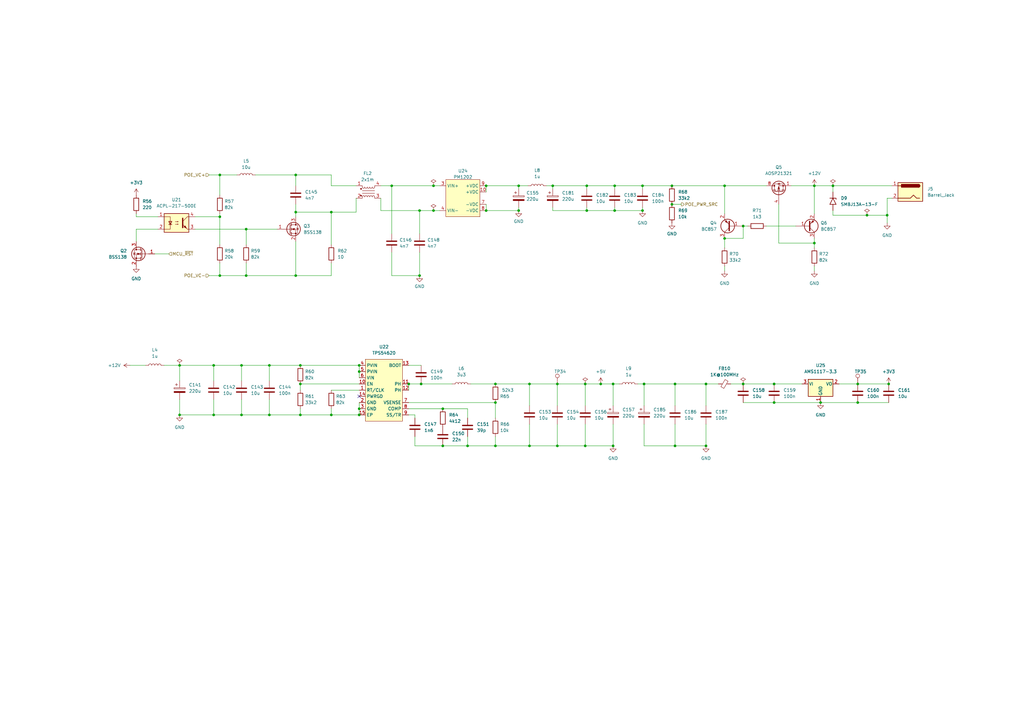
<source format=kicad_sch>
(kicad_sch (version 20211123) (generator eeschema)
  (paper "A3")
  (title_block (title "Kirdy") (date "2022-07-03") (rev "r0.1") (company "M-Labs") (comment 1 "Alex Wong Tat Hang"))
  (lib_symbols
    (symbol "Connector:Barrel_Jack" (pin_names (offset 1.016))
      (property "Reference" "J" (at 0 5.334 0))
      (property "Value" "Barrel_Jack" (at 0 -5.08 0))
      (symbol "Barrel_Jack_1_1"
        (pin passive line (at 7.62 2.54 180) (length 2.54) (name "~") (number "1"))
        (pin passive line (at 7.62 -2.54 180) (length 2.54) (name "~") (number "2"))
      )
    )
    (symbol "Connector:TestPoint" (pin_numbers hide) (pin_names (offset 0.762) hide)
      (property "Reference" "TP" (at 0 6.858 0))
      (property "Value" "TestPoint" (at 0 5.08 0))
      (symbol "TestPoint_1_1"
        (pin passive line (at 0 0 90) (length 2.54) (name "1") (number "1"))
      )
    )
    (symbol "Device:C" (pin_numbers hide) (pin_names (offset 0.254))
      (property "Reference" "C" (at 0.635 2.54 0))
      (property "Value" "C" (at 0.635 -2.54 0))
      (symbol "C_1_1"
        (pin passive line (at 0 3.81 270) (length 2.794) (name "~") (number "1"))
        (pin passive line (at 0 -3.81 90) (length 2.794) (name "~") (number "2"))
      )
    )
    (symbol "Device:C_Polarized" (pin_numbers hide) (pin_names (offset 0.254))
      (property "Reference" "C" (at 0.635 2.54 0))
      (property "Value" "C_Polarized" (at 0.635 -2.54 0))
      (symbol "C_Polarized_1_1"
        (pin passive line (at 0 3.81 270) (length 2.794) (name "~") (number "1"))
        (pin passive line (at 0 -3.81 90) (length 2.794) (name "~") (number "2"))
      )
    )
    (symbol "Device:FerriteBead_Small" (pin_numbers hide) (pin_names (offset 0))
      (property "Reference" "FB" (at 1.905 1.27 0))
      (property "Value" "FerriteBead_Small" (at 1.905 -1.27 0))
      (symbol "FerriteBead_Small_1_1"
        (pin passive line (at 0 2.54 270) (length 1.27) (name "~") (number "1"))
        (pin passive line (at 0 -2.54 90) (length 1.27) (name "~") (number "2"))
      )
    )
    (symbol "Device:Filter_EMI_LL_1423" (pin_names hide)
      (property "Reference" "FL" (at 0 4.445 0))
      (property "Value" "Filter_EMI_LL_1423" (at 0 -4.445 0))
      (symbol "Filter_EMI_LL_1423_1_1"
        (pin passive line (at -5.08 -2.54 0) (length 2.54) (name "1") (number "1"))
        (pin passive line (at -5.08 2.54 0) (length 2.54) (name "2") (number "2"))
        (pin passive line (at 5.08 2.54 180) (length 2.54) (name "3") (number "3"))
        (pin passive line (at 5.08 -2.54 180) (length 2.54) (name "4") (number "4"))
      )
    )
    (symbol "Device:L" (pin_numbers hide) (pin_names (offset 1.016) hide)
      (property "Reference" "L" (at -1.27 0 90))
      (property "Value" "L" (at 1.905 0 90))
      (symbol "L_1_1"
        (pin passive line (at 0 3.81 270) (length 1.27) (name "1") (number "1"))
        (pin passive line (at 0 -3.81 90) (length 1.27) (name "2") (number "2"))
      )
    )
    (symbol "Device:R" (pin_numbers hide) (pin_names (offset 0))
      (property "Reference" "R" (at 2.032 0 90))
      (property "Value" "R" (at 0 0 90))
      (symbol "R_1_1"
        (pin passive line (at 0 3.81 270) (length 1.27) (name "~") (number "1"))
        (pin passive line (at 0 -3.81 90) (length 1.27) (name "~") (number "2"))
      )
    )
    (symbol "Diode:SM6T15A" (pin_numbers hide) (pin_names (offset 1.016) hide)
      (property "Reference" "D" (at 0 2.54 0))
      (property "Value" "SM6T15A" (at 0 -2.54 0))
      (symbol "SM6T15A_1_1"
        (pin passive line (at -3.81 0 0) (length 2.54) (name "A1") (number "1"))
        (pin passive line (at 3.81 0 180) (length 2.54) (name "A2") (number "2"))
      )
    )
    (symbol "Isolator:SFH617A-2X009T"
      (property "Reference" "U" (at -3.81 5.08 0))
      (property "Value" "SFH617A-2X009T" (at 0 -5.08 0))
      (symbol "SFH617A-2X009T_1_1"
        (pin passive line (at -7.62 2.54 0) (length 2.54) (name "~") (number "1"))
        (pin passive line (at -7.62 -2.54 0) (length 2.54) (name "~") (number "2"))
        (pin passive line (at 7.62 -2.54 180) (length 2.54) (name "~") (number "3"))
        (pin passive line (at 7.62 2.54 180) (length 2.54) (name "~") (number "4"))
      )
    )
    (symbol "Regulator_Linear:AMS1117-3.3" (pin_names (offset 0.254))
      (property "Reference" "U" (at -3.81 3.175 0))
      (property "Value" "AMS1117-3.3" (at 0 3.175 0))
      (symbol "AMS1117-3.3_1_1"
        (pin power_in line (at 0 -7.62 90) (length 2.54) (name "GND") (number "1"))
        (pin power_out line (at 7.62 0 180) (length 2.54) (name "VO") (number "2"))
        (pin power_in line (at -7.62 0 0) (length 2.54) (name "VI") (number "3"))
      )
    )
    (symbol "Transistor_BJT:BC857" (pin_names (offset 0) hide)
      (property "Reference" "Q" (at 5.08 1.905 0))
      (property "Value" "BC857" (at 5.08 0 0))
      (symbol "BC857_1_1"
        (pin input line (at -5.08 0 0) (length 5.715) (name "B") (number "1"))
        (pin passive line (at 2.54 -5.08 90) (length 2.54) (name "E") (number "2"))
        (pin passive line (at 2.54 5.08 270) (length 2.54) (name "C") (number "3"))
      )
    )
    (symbol "Transistor_FET:BSS138" (pin_names hide)
      (property "Reference" "Q" (at 5.08 1.905 0))
      (property "Value" "BSS138" (at 5.08 0 0))
      (symbol "BSS138_1_1"
        (pin input line (at -5.08 0 0) (length 2.54) (name "G") (number "1"))
        (pin passive line (at 2.54 -5.08 90) (length 2.54) (name "S") (number "2"))
        (pin passive line (at 2.54 5.08 270) (length 2.54) (name "D") (number "3"))
      )
    )
    (symbol "Transistor_FET:FDS9435A" (pin_names hide)
      (property "Reference" "Q" (at 5.08 1.905 0))
      (property "Value" "FDS9435A" (at 5.08 0 0))
      (symbol "FDS9435A_1_1"
        (pin passive line (at 2.54 -5.08 90) (length 2.54) (name "S") (number "1"))
        (pin passive line (at 2.54 -5.08 90) (length 2.54) hide (name "S") (number "2"))
        (pin passive line (at 2.54 -5.08 90) (length 2.54) hide (name "S") (number "3"))
        (pin passive line (at -5.08 0 0) (length 2.54) (name "G") (number "4"))
        (pin passive line (at 2.54 5.08 270) (length 2.54) hide (name "D") (number "5"))
        (pin passive line (at 2.54 5.08 270) (length 2.54) hide (name "D") (number "6"))
        (pin passive line (at 2.54 5.08 270) (length 2.54) hide (name "D") (number "7"))
        (pin passive line (at 2.54 5.08 270) (length 2.54) (name "D") (number "8"))
      )
    )
    (symbol "kirdy:PM1202"
      (property "Reference" "U" (at 6.35 -6.35 0))
      (property "Value" "PM1202" (at -2.54 -6.35 0))
      (symbol "PM1202_0_0"
        (pin no_connect line (at -2.54 6.35 90) (length 2.54) hide (name "NC") (number "1"))
        (pin power_out line (at 10.16 5.08 180) (length 2.54) (name "+VDC") (number "10"))
        (pin no_connect line (at -0.635 5.715 90) (length 2.54) hide (name "NC") (number "2"))
        (pin power_in line (at -8.89 7.62 0) (length 2.54) (name "VIN+") (number "3"))
        (pin power_in line (at -8.89 -2.54 0) (length 2.54) (name "VIN-") (number "4"))
        (pin no_connect line (at 0.635 5.715 90) (length 2.54) hide (name "NC") (number "5"))
        (pin no_connect line (at 1.905 5.715 90) (length 2.54) hide (name "NC") (number "6"))
        (pin passive line (at 10.16 0 180) (length 2.54) (name "-VDC") (number "7"))
        (pin power_out line (at 10.16 -2.54 180) (length 2.54) (name "-VDC") (number "8"))
        (pin input line (at 10.16 7.62 180) (length 2.54) (name "+VDC") (number "9"))
      )
    )
    (symbol "kirdy:TPS54620"
      (property "Reference" "U" (at 0 -17.78 0))
      (property "Value" "TPS54620" (at 0 -15.24 0))
      (symbol "TPS54620_0_0"
        (pin input line (at -10.16 0 0) (length 2.54) (name "RT/CLK") (number "1"))
        (pin input line (at -10.16 2.54 0) (length 2.54) (name "EN") (number "10"))
        (pin power_out line (at 10.16 2.54 180) (length 2.54) (name "PH") (number "11"))
        (pin passive line (at 10.16 0 180) (length 2.54) (name "PH") (number "12"))
        (pin input line (at 10.16 10.16 180) (length 2.54) (name "BOOT") (number "13"))
        (pin output line (at -10.16 -2.54 0) (length 2.54) (name "PWRGD") (number "14"))
        (pin power_in line (at -10.16 -10.16 0) (length 2.54) (name "EP") (number "15"))
        (pin power_in line (at -10.16 -5.08 0) (length 2.54) (name "GND") (number "2"))
        (pin power_in line (at -10.16 -7.62 0) (length 2.54) (name "GND") (number "3"))
        (pin power_in line (at -10.16 10.16 0) (length 2.54) (name "PVIN") (number "4"))
        (pin power_in line (at -10.16 7.62 0) (length 2.54) (name "PVIN") (number "5"))
        (pin power_in line (at -10.16 5.08 0) (length 2.54) (name "VIN") (number "6"))
        (pin input line (at 10.16 -5.08 180) (length 2.54) (name "VSENSE") (number "7"))
        (pin output line (at 10.16 -7.62 180) (length 2.54) (name "COMP") (number "8"))
        (pin output line (at 10.16 -10.16 180) (length 2.54) (name "SS/TR") (number "9"))
      )
    )
    (symbol "power:+12V" (power) (pin_names (offset 0))
      (property "Value" "+12V" (at 0 3.556 0))
      (symbol "+12V_1_1"
        (pin power_in line (at 0 0 90) (length 0) hide (name "+12V") (number "1"))
      )
    )
    (symbol "power:+3V3" (power) (pin_names (offset 0))
      (property "Value" "+3V3" (at 0 3.556 0))
      (symbol "+3V3_1_1"
        (pin power_in line (at 0 0 90) (length 0) hide (name "+3V3") (number "1"))
      )
    )
    (symbol "power:+5V" (power) (pin_names (offset 0))
      (property "Value" "+5V" (at 0 3.556 0))
      (symbol "+5V_1_1"
        (pin power_in line (at 0 0 90) (length 0) hide (name "+5V") (number "1"))
      )
    )
    (symbol "power:GND" (power) (pin_names (offset 0))
      (property "Value" "GND" (at 0 -3.81 0))
      (symbol "GND_1_1"
        (pin power_in line (at 0 0 270) (length 0) hide (name "GND") (number "1"))
      )
    )
    (symbol "power:PWR_FLAG" (power) (pin_numbers hide) (pin_names (offset 0) hide)
      (property "Value" "PWR_FLAG" (at 0 3.81 0))
      (symbol "PWR_FLAG_0_0"
        (pin power_out line (at 0 0 90) (length 0) (name "pwr") (number "1"))
      )
    )
  )
  (junction (at 240.665 76.2))
  (junction (at 87.63 149.86))
  (junction (at 212.725 86.36))
  (junction (at 199.39 86.36))
  (junction (at 364.49 157.48))
  (junction (at 252.095 86.36))
  (junction (at 276.86 157.48))
  (junction (at 334.01 99.695))
  (junction (at 181.61 182.88))
  (junction (at 147.32 167.64))
  (junction (at 100.965 93.98))
  (junction (at 251.46 182.88))
  (junction (at 181.61 167.64))
  (junction (at 246.38 157.48))
  (junction (at 121.285 86.995))
  (junction (at 317.5 165.1))
  (junction (at 228.6 157.48))
  (junction (at 203.2 157.48))
  (junction (at 90.17 113.03))
  (junction (at 135.89 86.995))
  (junction (at 304.8 92.71))
  (junction (at 251.46 157.48))
  (junction (at 110.49 170.18))
  (junction (at 167.64 157.48))
  (junction (at 172.085 113.03))
  (junction (at 135.89 170.18))
  (junction (at 73.66 170.18))
  (junction (at 275.59 83.82))
  (junction (at 212.725 76.2))
  (junction (at 177.8 86.36))
  (junction (at 363.855 88.265))
  (junction (at 90.17 88.9))
  (junction (at 240.03 182.88))
  (junction (at 263.525 86.36))
  (junction (at 147.32 149.86))
  (junction (at 203.2 182.88))
  (junction (at 336.55 165.1))
  (junction (at 121.285 113.03))
  (junction (at 240.03 157.48))
  (junction (at 110.49 149.86))
  (junction (at 351.79 165.1))
  (junction (at 160.655 76.2))
  (junction (at 252.095 76.2))
  (junction (at 121.285 71.755))
  (junction (at 123.19 170.18))
  (junction (at 317.5 157.48))
  (junction (at 289.56 157.48))
  (junction (at 351.79 157.48))
  (junction (at 203.2 165.1))
  (junction (at 263.525 76.2))
  (junction (at 240.665 86.36))
  (junction (at 217.17 182.88))
  (junction (at 297.18 76.2))
  (junction (at 226.695 76.2))
  (junction (at 177.8 76.2))
  (junction (at 304.8 157.48))
  (junction (at 217.17 157.48))
  (junction (at 87.63 170.18))
  (junction (at 123.19 149.86))
  (junction (at 73.66 149.86))
  (junction (at 199.39 76.2))
  (junction (at 341.63 76.2))
  (junction (at 90.17 71.755))
  (junction (at 99.06 170.18))
  (junction (at 289.56 182.88))
  (junction (at 100.965 113.03))
  (junction (at 297.18 97.79))
  (junction (at 147.32 152.4))
  (junction (at 228.6 182.88))
  (junction (at 355.6 88.265))
  (junction (at 275.59 76.2))
  (junction (at 191.77 182.88))
  (junction (at 99.06 149.86))
  (junction (at 172.085 86.36))
  (junction (at 334.01 76.2))
  (junction (at 123.19 157.48))
  (junction (at 276.86 182.88))
  (junction (at 147.32 170.18))
  (junction (at 172.72 157.48))
  (junction (at 264.16 157.48))
  (no_connect (at 147.32 162.56))
  (wire (pts (xy 224.155 76.2) (xy 226.695 76.2)))
  (wire (pts (xy 104.775 71.755) (xy 121.285 71.755)))
  (wire (pts (xy 121.285 86.995) (xy 121.285 88.9)))
  (wire (pts (xy 135.89 167.64) (xy 135.89 170.18)))
  (wire (pts (xy 146.05 76.2) (xy 135.89 76.2)))
  (wire (pts (xy 263.525 77.47) (xy 263.525 76.2)))
  (wire (pts (xy 240.665 76.2) (xy 252.095 76.2)))
  (wire (pts (xy 87.63 149.86) (xy 99.06 149.86)))
  (wire (pts (xy 147.32 165.1) (xy 147.32 167.64)))
  (wire (pts (xy 80.01 93.98) (xy 100.965 93.98)))
  (wire (pts (xy 199.39 86.36) (xy 212.725 86.36)))
  (wire (pts (xy 110.49 149.86) (xy 123.19 149.86)))
  (wire (pts (xy 63.5 104.14) (xy 69.215 104.14)))
  (wire (pts (xy 160.655 113.03) (xy 172.085 113.03)))
  (wire (pts (xy 135.89 86.995) (xy 135.89 100.33)))
  (wire (pts (xy 99.06 163.83) (xy 99.06 170.18)))
  (wire (pts (xy 264.16 157.48) (xy 276.86 157.48)))
  (wire (pts (xy 146.05 81.28) (xy 146.05 86.995)))
  (wire (pts (xy 199.39 83.82) (xy 199.39 86.36)))
  (wire (pts (xy 172.085 103.505) (xy 172.085 113.03)))
  (wire (pts (xy 135.89 160.02) (xy 147.32 160.02)))
  (wire (pts (xy 228.6 182.88) (xy 240.03 182.88)))
  (wire (pts (xy 341.63 76.2) (xy 365.76 76.2)))
  (wire (pts (xy 99.06 170.18) (xy 110.49 170.18)))
  (wire (pts (xy 110.49 170.18) (xy 123.19 170.18)))
  (wire (pts (xy 156.21 86.36) (xy 172.085 86.36)))
  (wire (pts (xy 304.8 165.1) (xy 317.5 165.1)))
  (wire (pts (xy 170.18 179.07) (xy 170.18 182.88)))
  (wire (pts (xy 203.2 182.88) (xy 203.2 179.07)))
  (wire (pts (xy 181.61 167.64) (xy 191.77 167.64)))
  (wire (pts (xy 217.17 157.48) (xy 217.17 166.37)))
  (wire (pts (xy 53.34 149.86) (xy 59.69 149.86)))
  (wire (pts (xy 324.485 76.2) (xy 334.01 76.2)))
  (wire (pts (xy 177.8 76.2) (xy 180.34 76.2)))
  (wire (pts (xy 252.095 77.47) (xy 252.095 76.2)))
  (wire (pts (xy 147.32 149.86) (xy 147.32 152.4)))
  (wire (pts (xy 85.725 113.03) (xy 90.17 113.03)))
  (wire (pts (xy 80.01 88.9) (xy 90.17 88.9)))
  (wire (pts (xy 167.64 149.86) (xy 172.72 149.86)))
  (wire (pts (xy 123.19 157.48) (xy 123.19 160.02)))
  (wire (pts (xy 100.965 113.03) (xy 100.965 107.95)))
  (wire (pts (xy 123.19 167.64) (xy 123.19 170.18)))
  (wire (pts (xy 73.66 163.83) (xy 73.66 170.18)))
  (wire (pts (xy 240.03 157.48) (xy 240.03 166.37)))
  (wire (pts (xy 251.46 182.88) (xy 251.46 173.99)))
  (wire (pts (xy 121.285 86.995) (xy 135.89 86.995)))
  (wire (pts (xy 317.5 157.48) (xy 328.93 157.48)))
  (wire (pts (xy 276.86 157.48) (xy 289.56 157.48)))
  (wire (pts (xy 99.06 149.86) (xy 110.49 149.86)))
  (wire (pts (xy 177.8 86.36) (xy 180.34 86.36)))
  (wire (pts (xy 135.89 71.755) (xy 121.285 71.755)))
  (wire (pts (xy 167.64 165.1) (xy 203.2 165.1)))
  (wire (pts (xy 90.17 80.01) (xy 90.17 71.755)))
  (wire (pts (xy 289.56 173.99) (xy 289.56 182.88)))
  (wire (pts (xy 251.46 157.48) (xy 251.46 166.37)))
  (wire (pts (xy 334.01 76.2) (xy 334.01 87.63)))
  (wire (pts (xy 123.19 157.48) (xy 147.32 157.48)))
  (wire (pts (xy 135.89 113.03) (xy 121.285 113.03)))
  (wire (pts (xy 363.855 81.28) (xy 365.76 81.28)))
  (wire (pts (xy 341.63 86.36) (xy 341.63 88.265)))
  (wire (pts (xy 87.63 170.18) (xy 99.06 170.18)))
  (wire (pts (xy 135.89 170.18) (xy 147.32 170.18)))
  (wire (pts (xy 90.17 113.03) (xy 100.965 113.03)))
  (wire (pts (xy 351.79 157.48) (xy 364.49 157.48)))
  (wire (pts (xy 135.89 107.95) (xy 135.89 113.03)))
  (wire (pts (xy 212.725 76.2) (xy 212.725 77.47)))
  (wire (pts (xy 123.19 149.86) (xy 147.32 149.86)))
  (wire (pts (xy 276.86 166.37) (xy 276.86 157.48)))
  (wire (pts (xy 263.525 76.2) (xy 275.59 76.2)))
  (wire (pts (xy 156.21 81.28) (xy 156.21 86.36)))
  (wire (pts (xy 276.86 182.88) (xy 289.56 182.88)))
  (wire (pts (xy 55.88 93.98) (xy 64.77 93.98)))
  (wire (pts (xy 73.66 156.21) (xy 73.66 149.86)))
  (wire (pts (xy 121.285 113.03) (xy 100.965 113.03)))
  (wire (pts (xy 217.17 157.48) (xy 228.6 157.48)))
  (wire (pts (xy 90.17 87.63) (xy 90.17 88.9)))
  (wire (pts (xy 90.17 71.755) (xy 97.155 71.755)))
  (wire (pts (xy 172.085 86.36) (xy 172.085 95.885)))
  (wire (pts (xy 226.695 76.2) (xy 240.665 76.2)))
  (wire (pts (xy 55.88 99.06) (xy 55.88 93.98)))
  (wire (pts (xy 263.525 85.09) (xy 263.525 86.36)))
  (wire (pts (xy 203.2 157.48) (xy 217.17 157.48)))
  (wire (pts (xy 344.17 157.48) (xy 351.79 157.48)))
  (wire (pts (xy 123.19 170.18) (xy 135.89 170.18)))
  (wire (pts (xy 170.18 182.88) (xy 181.61 182.88)))
  (wire (pts (xy 334.01 76.2) (xy 341.63 76.2)))
  (wire (pts (xy 341.63 76.2) (xy 341.63 78.74)))
  (wire (pts (xy 191.77 182.88) (xy 203.2 182.88)))
  (wire (pts (xy 172.72 157.48) (xy 185.42 157.48)))
  (wire (pts (xy 261.62 157.48) (xy 264.16 157.48)))
  (wire (pts (xy 121.285 71.755) (xy 121.285 76.2)))
  (wire (pts (xy 90.17 88.9) (xy 90.17 100.33)))
  (wire (pts (xy 110.49 163.83) (xy 110.49 170.18)))
  (wire (pts (xy 304.8 92.71) (xy 306.705 92.71)))
  (wire (pts (xy 216.535 76.2) (xy 212.725 76.2)))
  (wire (pts (xy 100.965 93.98) (xy 113.665 93.98)))
  (wire (pts (xy 55.88 87.63) (xy 55.88 88.9)))
  (wire (pts (xy 203.2 182.88) (xy 217.17 182.88)))
  (wire (pts (xy 254 157.48) (xy 251.46 157.48)))
  (wire (pts (xy 341.63 88.265) (xy 355.6 88.265)))
  (wire (pts (xy 297.18 97.79) (xy 297.18 101.6)))
  (wire (pts (xy 297.18 76.2) (xy 297.18 87.63)))
  (wire (pts (xy 100.965 93.98) (xy 100.965 100.33)))
  (wire (pts (xy 228.6 157.48) (xy 240.03 157.48)))
  (wire (pts (xy 264.16 182.88) (xy 264.16 173.99)))
  (wire (pts (xy 90.17 107.95) (xy 90.17 113.03)))
  (wire (pts (xy 252.095 85.09) (xy 252.095 86.36)))
  (wire (pts (xy 73.66 149.86) (xy 87.63 149.86)))
  (wire (pts (xy 319.405 83.82) (xy 319.405 99.695)))
  (wire (pts (xy 212.725 86.36) (xy 212.725 85.09)))
  (wire (pts (xy 160.655 103.505) (xy 160.655 113.03)))
  (wire (pts (xy 147.32 167.64) (xy 147.32 170.18)))
  (wire (pts (xy 299.72 157.48) (xy 304.8 157.48)))
  (wire (pts (xy 363.855 88.265) (xy 363.855 81.28)))
  (wire (pts (xy 252.095 76.2) (xy 263.525 76.2)))
  (wire (pts (xy 334.01 109.22) (xy 334.01 111.125)))
  (wire (pts (xy 297.18 109.22) (xy 297.18 111.125)))
  (wire (pts (xy 87.63 149.86) (xy 87.63 156.21)))
  (wire (pts (xy 199.39 76.2) (xy 199.39 78.74)))
  (wire (pts (xy 317.5 165.1) (xy 336.55 165.1)))
  (wire (pts (xy 203.2 171.45) (xy 203.2 165.1)))
  (wire (pts (xy 167.64 157.48) (xy 172.72 157.48)))
  (wire (pts (xy 147.32 152.4) (xy 147.32 154.94)))
  (wire (pts (xy 121.285 99.06) (xy 121.285 113.03)))
  (wire (pts (xy 170.18 170.18) (xy 170.18 171.45)))
  (wire (pts (xy 193.04 157.48) (xy 203.2 157.48)))
  (wire (pts (xy 297.18 97.79) (xy 304.8 97.79)))
  (wire (pts (xy 146.05 86.995) (xy 135.89 86.995)))
  (wire (pts (xy 252.095 86.36) (xy 263.525 86.36)))
  (wire (pts (xy 355.6 88.265) (xy 363.855 88.265)))
  (wire (pts (xy 275.59 83.82) (xy 279.4 83.82)))
  (wire (pts (xy 172.085 86.36) (xy 177.8 86.36)))
  (wire (pts (xy 226.695 77.47) (xy 226.695 76.2)))
  (wire (pts (xy 228.6 157.48) (xy 228.6 166.37)))
  (wire (pts (xy 264.16 182.88) (xy 276.86 182.88)))
  (wire (pts (xy 87.63 163.83) (xy 87.63 170.18)))
  (wire (pts (xy 191.77 182.88) (xy 191.77 179.07)))
  (wire (pts (xy 304.8 97.79) (xy 304.8 92.71)))
  (wire (pts (xy 240.03 173.99) (xy 240.03 182.88)))
  (wire (pts (xy 121.285 83.82) (xy 121.285 86.995)))
  (wire (pts (xy 217.17 173.99) (xy 217.17 182.88)))
  (wire (pts (xy 167.64 170.18) (xy 170.18 170.18)))
  (wire (pts (xy 240.665 77.47) (xy 240.665 76.2)))
  (wire (pts (xy 199.39 76.2) (xy 212.725 76.2)))
  (wire (pts (xy 246.38 157.48) (xy 251.46 157.48)))
  (wire (pts (xy 181.61 182.88) (xy 191.77 182.88)))
  (wire (pts (xy 226.695 86.36) (xy 240.665 86.36)))
  (wire (pts (xy 240.665 86.36) (xy 252.095 86.36)))
  (wire (pts (xy 73.66 170.18) (xy 87.63 170.18)))
  (wire (pts (xy 135.89 76.2) (xy 135.89 71.755)))
  (wire (pts (xy 240.665 85.09) (xy 240.665 86.36)))
  (wire (pts (xy 276.86 173.99) (xy 276.86 182.88)))
  (wire (pts (xy 67.31 149.86) (xy 73.66 149.86)))
  (wire (pts (xy 297.18 76.2) (xy 314.325 76.2)))
  (wire (pts (xy 228.6 173.99) (xy 228.6 182.88)))
  (wire (pts (xy 110.49 149.86) (xy 110.49 156.21)))
  (wire (pts (xy 264.16 166.37) (xy 264.16 157.48)))
  (wire (pts (xy 191.77 167.64) (xy 191.77 171.45)))
  (wire (pts (xy 240.03 182.88) (xy 251.46 182.88)))
  (wire (pts (xy 160.655 76.2) (xy 177.8 76.2)))
  (wire (pts (xy 334.01 99.695) (xy 334.01 101.6)))
  (wire (pts (xy 319.405 99.695) (xy 334.01 99.695)))
  (wire (pts (xy 226.695 86.36) (xy 226.695 85.09)))
  (wire (pts (xy 351.79 165.1) (xy 364.49 165.1)))
  (wire (pts (xy 167.64 167.64) (xy 181.61 167.64)))
  (wire (pts (xy 304.8 157.48) (xy 317.5 157.48)))
  (wire (pts (xy 314.325 92.71) (xy 326.39 92.71)))
  (wire (pts (xy 99.06 156.21) (xy 99.06 149.86)))
  (wire (pts (xy 289.56 157.48) (xy 294.64 157.48)))
  (wire (pts (xy 167.64 157.48) (xy 167.64 160.02)))
  (wire (pts (xy 85.725 71.755) (xy 90.17 71.755)))
  (wire (pts (xy 156.21 76.2) (xy 160.655 76.2)))
  (wire (pts (xy 55.88 88.9) (xy 64.77 88.9)))
  (wire (pts (xy 160.655 76.2) (xy 160.655 95.885)))
  (wire (pts (xy 334.01 97.79) (xy 334.01 99.695)))
  (wire (pts (xy 240.03 157.48) (xy 246.38 157.48)))
  (wire (pts (xy 217.17 182.88) (xy 228.6 182.88)))
  (wire (pts (xy 363.855 91.44) (xy 363.855 88.265)))
  (wire (pts (xy 275.59 76.2) (xy 297.18 76.2)))
  (wire (pts (xy 289.56 166.37) (xy 289.56 157.48)))
  (wire (pts (xy 336.55 165.1) (xy 351.79 165.1)))
  (hierarchical_label "POE_PWR_SRC" (shape output) (at 279.4 83.82 0))
  (hierarchical_label "POE_VC+" (shape input) (at 85.725 71.755 180))
  (hierarchical_label "POE_VC-" (shape input) (at 85.725 113.03 180))
  (hierarchical_label "MCU_~{RST}" (shape input) (at 69.215 104.14 0))
  (symbol (lib_id "Device:L") (at 189.23 157.48 90) (unit 1)
    (property "Reference" "L6" (at 189.23 151.13 90))
    (property "Value" "3u3" (at 189.23 153.67 90))
    (property "Footprint" "Inductor_SMD:L_Wuerth_MAPI-4020" (effects hide))
    (property "MFR_PN" "74438356033" (effects hide))
  )
  (symbol (lib_id "Device:C") (at 276.86 170.18 0) (unit 1)
    (property "Reference" "C186" (at 280.67 168.9099 0) (effects (justify left)))
    (property "Value" "10u" (at 280.67 171.4499 0) (effects (justify left)))
    (property "Footprint" "Capacitor_SMD:C_0805_2012Metric" (effects hide))
    (property "MFR_PN" "CL21B106KOQNNNG" (effects hide))
    (property "MFR_PN_ALT" "CL21B106KOQNNNE" (effects hide))
  )
  (symbol (lib_id "Device:C") (at 263.525 81.28 0) (unit 1)
    (property "Reference" "C184" (at 267.335 80.0099 0) (effects (justify left)))
    (property "Value" "100n" (at 267.335 82.5499 0) (effects (justify left)))
    (property "Footprint" "Capacitor_SMD:C_0603_1608Metric" (effects hide))
    (property "MFR_PN" "CL10B104KB8NNWC" (effects hide))
    (property "MFR_PN_ALT" "CL10B104KB8NNNL" (effects hide))
  )
  (symbol (lib_id "Transistor_FET:BSS138") (at 118.745 93.98 0) (unit 1)
    (property "Reference" "Q3" (at 124.46 92.7099 0) (effects (justify left)))
    (property "Value" "BSS138" (at 124.46 95.2499 0) (effects (justify left)))
    (property "Footprint" "Package_TO_SOT_SMD:SOT-23" (effects hide))
    (property "Datasheet" "https://www.onsemi.com/pub/Collateral/BSS138-D.PDF" (effects hide))
    (property "MFR_PN" "BSS138W-TP" (effects hide))
    (property "MFR_PN_ALT" "BSS138W-7-F" (effects hide))
  )
  (symbol (lib_id "Device:R") (at 90.17 104.14 0) (unit 1)
    (property "Reference" "R58" (at 92.075 102.8699 0) (effects (justify left)))
    (property "Value" "20k" (at 92.075 105.4099 0) (effects (justify left)))
    (property "Footprint" "Resistor_SMD:R_0603_1608Metric" (effects hide))
    (property "MFR_PN" "RMCF0603FT20K0" (effects hide))
    (property "MFR_PN_ALT" "RC0603FR-0720KL" (effects hide))
  )
  (symbol (lib_id "Device:L") (at 100.965 71.755 90) (unit 1)
    (property "Reference" "L5" (at 100.965 66.04 90))
    (property "Value" "10u" (at 100.965 68.58 90))
    (property "Footprint" "Inductor_SMD:L_Wuerth_WE-PD-Typ-LS" (effects hide))
    (property "MFR_PN" "74477110" (effects hide))
  )
  (symbol (lib_id "Device:C") (at 170.18 175.26 0) (unit 1)
    (property "Reference" "C147" (at 173.99 173.9899 0) (effects (justify left)))
    (property "Value" "1n6" (at 173.99 176.5299 0) (effects (justify left)))
    (property "Footprint" "Capacitor_SMD:C_0603_1608Metric" (effects hide))
    (property "MFR_PN" "GCM1885C1H162FA16D" (effects hide))
    (property "MFR_PN_ALT" "C0603C162J5GAC7867" (effects hide))
  )
  (symbol (lib_id "Device:C") (at 252.095 81.28 0) (unit 1)
    (property "Reference" "C183" (at 255.905 80.0099 0) (effects (justify left)))
    (property "Value" "10u" (at 255.905 82.5499 0) (effects (justify left)))
    (property "Footprint" "Capacitor_SMD:C_0805_2012Metric" (effects hide))
    (property "MFR_PN" "CL21B106KOQNNNG" (effects hide))
    (property "MFR_PN_ALT" "CL21B106KOQNNNE" (effects hide))
  )
  (symbol (lib_id "Device:C_Polarized") (at 264.16 170.18 0) (unit 1)
    (property "Reference" "C185" (at 267.97 168.0209 0) (effects (justify left)))
    (property "Value" "220u" (at 267.97 170.5609 0) (effects (justify left)))
    (property "Footprint" "Capacitor_Tantalum_SMD:CP_EIA-7343-15_Kemet-W" (effects hide))
    (property "MFR_PN" "T491D227K016AT" (effects hide))
    (property "MFR_PN_ALT" "293D227X9016E2TE3" (effects hide))
  )
  (symbol (lib_id "Isolator:SFH617A-2X009T") (at 72.39 91.44 0) (unit 1)
    (property "Reference" "U21" (at 72.39 81.915 0))
    (property "Value" "ACPL-217-500E" (at 72.39 84.455 0))
    (property "Footprint" "Package_DIP:SMDIP-4_W7.62mm" (effects hide))
    (property "Datasheet" "http://www.vishay.com/docs/83740/sfh617a.pdf" (effects hide))
    (property "MFR_PN" "EL3H7(C)(TA)-VG" (effects hide))
  )
  (symbol (lib_id "Device:C") (at 121.285 80.01 0) (unit 1)
    (property "Reference" "C145" (at 125.095 78.7399 0) (effects (justify left)))
    (property "Value" "4n7" (at 125.095 81.2799 0) (effects (justify left)))
    (property "Footprint" "Capacitor_SMD:C_1206_3216Metric" (effects hide))
    (property "MFR_PN" "12067C472KAT2A" (effects hide))
    (property "MFR_PN_ALT" "1206B472K501NT" (effects hide))
  )
  (symbol (lib_id "Device:C") (at 240.03 170.18 0) (unit 1)
    (property "Reference" "C156" (at 243.84 168.9099 0) (effects (justify left)))
    (property "Value" "10u" (at 243.84 171.4499 0) (effects (justify left)))
    (property "Footprint" "Capacitor_SMD:C_0805_2012Metric" (effects hide))
    (property "MFR_PN" "CL21B106KOQNNNG" (effects hide))
    (property "MFR_PN_ALT" "CL21B106KOQNNNE" (effects hide))
  )
  (symbol (lib_id "Device:R") (at 100.965 104.14 0) (unit 1)
    (property "Reference" "R59" (at 102.87 102.8699 0) (effects (justify left)))
    (property "Value" "82k" (at 102.87 105.4099 0) (effects (justify left)))
    (property "Footprint" "Resistor_SMD:R_0603_1608Metric" (effects hide))
    (property "MFR_PN" "CRGCQ0603F82K" (effects hide))
    (property "MFR_PN_ALT" "RMCF0603FT82K0" (effects hide))
  )
  (symbol (lib_id "power:GND") (at 172.085 113.03 0) (unit 1)
    (property "Reference" "#PWR0129" (effects hide))
    (property "Value" "GND" (at 172.085 117.475 0))
  )
  (symbol (lib_id "Device:C") (at 160.655 99.695 0) (unit 1)
    (property "Reference" "C146" (at 163.83 98.4249 0) (effects (justify left)))
    (property "Value" "4n7" (at 163.83 100.9649 0) (effects (justify left)))
    (property "Footprint" "Capacitor_SMD:C_1206_3216Metric" (effects hide))
    (property "MFR_PN" "12067C472KAT2A" (effects hide))
    (property "MFR_PN_ALT" "1206B472K501NT" (effects hide))
  )
  (symbol (lib_id "power:GND") (at 363.855 91.44 0) (unit 1)
    (property "Reference" "#PWR0140" (effects hide))
    (property "Value" "GND" (at 363.855 96.52 0))
  )
  (symbol (lib_id "Device:C_Polarized") (at 226.695 81.28 0) (unit 1)
    (property "Reference" "C181" (at 230.505 79.1209 0) (effects (justify left)))
    (property "Value" "220u" (at 230.505 81.6609 0) (effects (justify left)))
    (property "Footprint" "Capacitor_Tantalum_SMD:CP_EIA-7343-15_Kemet-W" (effects hide))
    (property "MFR_PN" "T491D227K016AT" (effects hide))
    (property "MFR_PN_ALT" "293D227X9016E2TE3" (effects hide))
  )
  (symbol (lib_id "power:GND") (at 334.01 111.125 0) (unit 1)
    (property "Reference" "#PWR0137" (effects hide))
    (property "Value" "GND" (at 334.01 116.205 0))
  )
  (symbol (lib_id "Device:R") (at 181.61 171.45 0) (unit 1)
    (property "Reference" "R64" (at 184.15 170.1799 0) (effects (justify left)))
    (property "Value" "4k12" (at 184.15 172.7199 0) (effects (justify left)))
    (property "Footprint" "Resistor_SMD:R_0603_1608Metric" (effects hide))
    (property "MFR_PN" "RMCF0603FT4K12" (effects hide))
    (property "MFR_PN_ALT" "RC0603FR-074K12L" (effects hide))
  )
  (symbol (lib_id "Device:C") (at 304.8 161.29 0) (unit 1)
    (property "Reference" "C158" (at 308.61 160.0199 0) (effects (justify left)))
    (property "Value" "10u" (at 308.61 162.5599 0) (effects (justify left)))
    (property "Footprint" "Capacitor_SMD:C_0805_2012Metric" (effects hide))
    (property "MFR_PN" "CL21B106KOQNNNG" (effects hide))
    (property "MFR_PN_ALT" "CL21B106KOQNNNE" (effects hide))
  )
  (symbol (lib_id "Device:C") (at 351.79 161.29 0) (unit 1)
    (property "Reference" "C160" (at 355.6 160.0199 0) (effects (justify left)))
    (property "Value" "100n" (at 355.6 162.5599 0) (effects (justify left)))
    (property "Footprint" "Capacitor_SMD:C_0603_1608Metric" (effects hide))
    (property "MFR_PN" "CL10B104KB8NNWC" (effects hide))
    (property "MFR_PN_ALT" "CL10B104KB8NNNL" (effects hide))
  )
  (symbol (lib_id "power:+12V") (at 334.01 76.2 0) (unit 1)
    (property "Reference" "#PWR0136" (effects hide))
    (property "Value" "+12V" (at 334.01 71.12 0))
  )
  (symbol (lib_id "power:PWR_FLAG") (at 304.8 157.48 0) (unit 1)
    (property "Reference" "#FLG0111" (effects hide))
    (property "Value" "PWR_FLAG" (effects hide))
  )
  (symbol (lib_id "power:GND") (at 297.18 111.125 0) (unit 1)
    (property "Reference" "#PWR0135" (effects hide))
    (property "Value" "GND" (at 297.18 116.205 0))
  )
  (symbol (lib_id "Device:C") (at 87.63 160.02 0) (unit 1)
    (property "Reference" "C142" (at 91.44 158.7499 0) (effects (justify left)))
    (property "Value" "10u" (at 91.44 161.2899 0) (effects (justify left)))
    (property "Footprint" "Capacitor_SMD:C_0805_2012Metric" (effects hide))
    (property "MFR_PN" "CL21B106KOQNNNG" (effects hide))
    (property "MFR_PN_ALT" "CL21B106KOQNNNE" (effects hide))
  )
  (symbol (lib_id "Device:R") (at 123.19 153.67 0) (unit 1)
    (property "Reference" "R60" (at 125.095 152.3999 0) (effects (justify left)))
    (property "Value" "82k" (at 125.095 154.9399 0) (effects (justify left)))
    (property "Footprint" "Resistor_SMD:R_0603_1608Metric" (effects hide))
    (property "MFR_PN" "CRGCQ0603F82K" (effects hide))
    (property "MFR_PN_ALT" "RMCF0603FT82K0" (effects hide))
  )
  (symbol (lib_id "Device:C_Polarized") (at 251.46 170.18 0) (unit 1)
    (property "Reference" "C157" (at 255.27 168.0209 0) (effects (justify left)))
    (property "Value" "220u" (at 255.27 170.5609 0) (effects (justify left)))
    (property "Footprint" "Capacitor_Tantalum_SMD:CP_EIA-7343-15_Kemet-W" (effects hide))
    (property "MFR_PN" "T491D227K016AT" (effects hide))
    (property "MFR_PN_ALT" "293D227X9016E2TE3" (effects hide))
  )
  (symbol (lib_id "kirdy:PM1202") (at 189.23 83.82 0) (unit 1)
    (property "Reference" "U24" (at 189.865 70.0872 0))
    (property "Value" "PM1202" (at 189.865 72.6241 0))
    (property "Footprint" "kirdy:PM1202" (effects hide))
  )
  (symbol (lib_id "Device:C") (at 172.72 153.67 0) (unit 1)
    (property "Reference" "C149" (at 176.53 152.3999 0) (effects (justify left)))
    (property "Value" "100n" (at 176.53 154.9399 0) (effects (justify left)))
    (property "Footprint" "Capacitor_SMD:C_0603_1608Metric" (effects hide))
    (property "MFR_PN" "CL10B104KB8NNWC" (effects hide))
    (property "MFR_PN_ALT" "CL10B104KB8NNNL" (effects hide))
  )
  (symbol (lib_id "Diode:SM6T15A") (at 341.63 82.55 270) (unit 1)
    (property "Reference" "D9" (at 344.805 81.2799 90) (effects (justify left)))
    (property "Value" "SMBJ13A-13-F" (at 344.805 83.8199 90) (effects (justify left)))
    (property "Footprint" "Diode_SMD:D_SMB" (effects hide))
    (property "Datasheet" "https://www.st.com/resource/en/datasheet/sm6t.pdf" (effects hide))
    (property "MFR_PN" "SMBJ13A-13-F" (effects hide))
    (property "MFR_PN_ALT" "P6SMB16A" (effects hide))
  )
  (symbol (lib_id "Device:C") (at 228.6 170.18 0) (unit 1)
    (property "Reference" "C154" (at 232.41 168.9099 0) (effects (justify left)))
    (property "Value" "10u" (at 232.41 171.4499 0) (effects (justify left)))
    (property "Footprint" "Capacitor_SMD:C_0805_2012Metric" (effects hide))
    (property "MFR_PN" "CL21B106KOQNNNG" (effects hide))
    (property "MFR_PN_ALT" "CL21B106KOQNNNE" (effects hide))
  )
  (symbol (lib_id "Device:R") (at 203.2 161.29 180) (unit 1)
    (property "Reference" "R65" (at 207.01 162.56 0))
    (property "Value" "52k3" (at 208.28 160.02 0))
    (property "Footprint" "Resistor_SMD:R_0603_1608Metric" (effects hide))
    (property "MFR_PN" "CR0603-FX-5232ELF" (effects hide))
    (property "MFR_PN_ALT" "ERJ-3EKF5232V" (effects hide))
  )
  (symbol (lib_id "Device:C") (at 191.77 175.26 0) (unit 1)
    (property "Reference" "C151" (at 195.58 173.9899 0) (effects (justify left)))
    (property "Value" "39p" (at 195.58 176.5299 0) (effects (justify left)))
    (property "Footprint" "Capacitor_SMD:C_0603_1608Metric" (effects hide))
    (property "MFR_PN" "0603N390J500CT" (effects hide))
    (property "MFR_PN_ALT" "CML0603C0G390JT50V" (effects hide))
  )
  (symbol (lib_id "power:+3V3") (at 55.88 80.01 0) (unit 1)
    (property "Reference" "#PWR0126" (effects hide))
    (property "Value" "+3V3" (at 55.88 74.93 0))
  )
  (symbol (lib_id "Device:R") (at 275.59 80.01 0) (unit 1)
    (property "Reference" "R68" (at 278.13 78.7399 0) (effects (justify left)))
    (property "Value" "33k2" (at 278.13 81.2799 0) (effects (justify left)))
    (property "Footprint" "Resistor_SMD:R_0603_1608Metric" (effects hide))
    (property "MFR_PN" "CR0603-FX-3322ELF" (effects hide))
    (property "MFR_PN_ALT" "RC0603FR-0733K2L" (effects hide))
  )
  (symbol (lib_id "power:GND") (at 73.66 170.18 0) (unit 1)
    (property "Reference" "#PWR0128" (effects hide))
    (property "Value" "GND" (at 73.66 175.26 0))
  )
  (symbol (lib_id "power:PWR_FLAG") (at 177.8 76.2 0) (unit 1)
    (property "Reference" "#FLG0115" (effects hide))
    (property "Value" "PWR_FLAG" (effects hide))
  )
  (symbol (lib_id "power:GND") (at 55.88 109.22 0) (unit 1)
    (property "Reference" "#PWR0127" (effects hide))
    (property "Value" "GND" (at 55.88 114.3 0))
  )
  (symbol (lib_id "Device:R") (at 310.515 92.71 90) (unit 1)
    (property "Reference" "R71" (at 310.515 86.36 90))
    (property "Value" "1k3" (at 310.515 88.9 90))
    (property "Footprint" "Resistor_SMD:R_0603_1608Metric" (effects hide))
    (property "MFR_PN" "RC0603FR-071K3L" (effects hide))
    (property "MFR_PN_ALT" "CRCW06031K30FKEAC" (effects hide))
  )
  (symbol (lib_id "Device:C_Polarized") (at 212.725 81.28 0) (unit 1)
    (property "Reference" "C155" (at 215.9 79.1209 0) (effects (justify left)))
    (property "Value" "220u" (at 215.9 81.6609 0) (effects (justify left)))
    (property "Footprint" "Capacitor_Tantalum_SMD:CP_EIA-7343-15_Kemet-W" (effects hide))
    (property "MFR_PN" "T491D227K016AT" (effects hide))
    (property "MFR_PN_ALT" "293D227X9016E2TE3" (effects hide))
  )
  (symbol (lib_id "Device:C") (at 240.665 81.28 0) (unit 1)
    (property "Reference" "C182" (at 244.475 80.0099 0) (effects (justify left)))
    (property "Value" "10u" (at 244.475 82.5499 0) (effects (justify left)))
    (property "Footprint" "Capacitor_SMD:C_0805_2012Metric" (effects hide))
    (property "MFR_PN" "CL21B106KOQNNNG" (effects hide))
    (property "MFR_PN_ALT" "CL21B106KOQNNNE" (effects hide))
  )
  (symbol (lib_id "Device:L") (at 257.81 157.48 90) (unit 1)
    (property "Reference" "L9" (at 257.81 151.13 90))
    (property "Value" "1u" (at 257.81 153.67 90))
    (property "Footprint" "Inductor_SMD:L_1008_2520Metric" (effects hide))
    (property "MFR_PN" "DFE252012F-1R0M=P2" (effects hide))
    (property "MFR_PN_ALT" "DFE252012P-1R0M=P2" (effects hide))
  )
  (symbol (lib_id "Device:C") (at 289.56 170.18 0) (unit 1)
    (property "Reference" "C187" (at 293.37 168.9099 0) (effects (justify left)))
    (property "Value" "100n" (at 293.37 171.4499 0) (effects (justify left)))
    (property "Footprint" "Capacitor_SMD:C_0603_1608Metric" (effects hide))
    (property "MFR_PN" "CL10B104KB8NNWC" (effects hide))
    (property "MFR_PN_ALT" "CL10B104KB8NNNL" (effects hide))
  )
  (symbol (lib_id "Connector:TestPoint") (at 228.6 157.48 0) (unit 1)
    (property "Reference" "TP34" (at 227.33 152.4 0) (effects (justify left)))
    (property "Value" "TestPoint" (effects hide))
    (property "Footprint" "TestPoint:TestPoint_Pad_2.0x2.0mm" (effects hide))
  )
  (symbol (lib_id "power:+5V") (at 246.38 157.48 0) (unit 1)
    (property "Reference" "#PWR0133" (effects hide))
    (property "Value" "+5V" (at 246.38 152.4 0))
  )
  (symbol (lib_id "Device:R") (at 297.18 105.41 0) (unit 1)
    (property "Reference" "R70" (at 299.085 104.1399 0) (effects (justify left)))
    (property "Value" "33k2" (at 299.085 106.6799 0) (effects (justify left)))
    (property "Footprint" "Resistor_SMD:R_0603_1608Metric" (effects hide))
    (property "MFR_PN" "CR0603-FX-3322ELF" (effects hide))
    (property "MFR_PN_ALT" "RC0603FR-0733K2L" (effects hide))
  )
  (symbol (lib_id "Device:R") (at 55.88 83.82 0) (unit 1)
    (property "Reference" "R56" (at 58.42 82.5499 0) (effects (justify left)))
    (property "Value" "220" (at 58.42 85.0899 0) (effects (justify left)))
    (property "Footprint" "Resistor_SMD:R_0603_1608Metric" (effects hide))
    (property "MFR_PN" "WR06X2200FTL" (effects hide))
    (property "MFR_PN_ALT" "CRGCQ0603F220R" (effects hide))
  )
  (symbol (lib_id "Transistor_FET:BSS138") (at 58.42 104.14 0) (mirror y) (unit 1)
    (property "Reference" "Q2" (at 52.07 102.8699 0) (effects (justify left)))
    (property "Value" "BSS138" (at 52.07 105.4099 0) (effects (justify left)))
    (property "Footprint" "Package_TO_SOT_SMD:SOT-23" (effects hide))
    (property "Datasheet" "https://www.onsemi.com/pub/Collateral/BSS138-D.PDF" (effects hide))
    (property "MFR_PN" "BSS138W-TP" (effects hide))
    (property "MFR_PN_ALT" "BSS138W-7-F" (effects hide))
  )
  (symbol (lib_id "power:PWR_FLAG") (at 73.66 149.86 0) (unit 1)
    (property "Reference" "#FLG0112" (effects hide))
    (property "Value" "PWR_FLAG" (effects hide))
  )
  (symbol (lib_id "power:PWR_FLAG") (at 177.8 86.36 0) (unit 1)
    (property "Reference" "#FLG0116" (effects hide))
    (property "Value" "PWR_FLAG" (effects hide))
  )
  (symbol (lib_id "Device:R") (at 203.2 175.26 0) (unit 1)
    (property "Reference" "R66" (at 205.105 173.9899 0) (effects (justify left)))
    (property "Value" "10k" (at 205.105 176.5299 0) (effects (justify left)))
    (property "Footprint" "Resistor_SMD:R_0603_1608Metric" (effects hide))
    (property "MFR_PN" "RNCP0603FTD10K0" (effects hide))
    (property "MFR_PN_ALT" "RMCF0603FT10K0" (effects hide))
  )
  (symbol (lib_id "Device:C") (at 181.61 179.07 0) (unit 1)
    (property "Reference" "C150" (at 185.42 177.7999 0) (effects (justify left)))
    (property "Value" "22n" (at 185.42 180.3399 0) (effects (justify left)))
    (property "Footprint" "Capacitor_SMD:C_0603_1608Metric" (effects hide))
    (property "MFR_PN" "06035C223JAT2A" (effects hide))
    (property "MFR_PN_ALT" "0603B223J250CT" (effects hide))
  )
  (symbol (lib_id "Device:R") (at 90.17 83.82 0) (unit 1)
    (property "Reference" "R57" (at 92.075 82.5499 0) (effects (justify left)))
    (property "Value" "82k" (at 92.075 85.0899 0) (effects (justify left)))
    (property "Footprint" "Resistor_SMD:R_0603_1608Metric" (effects hide))
    (property "MFR_PN" "CRGCQ0603F82K" (effects hide))
    (property "MFR_PN_ALT" "RMCF0603FT82K0" (effects hide))
  )
  (symbol (lib_id "Connector:TestPoint") (at 351.79 157.48 0) (unit 1)
    (property "Reference" "TP35" (at 350.52 152.4 0) (effects (justify left)))
    (property "Value" "TestPoint" (effects hide))
    (property "Footprint" "TestPoint:TestPoint_Pad_2.0x2.0mm" (effects hide))
  )
  (symbol (lib_id "Device:R") (at 135.89 104.14 0) (unit 1)
    (property "Reference" "R62" (at 138.43 102.8699 0) (effects (justify left)))
    (property "Value" "10" (at 138.43 105.4099 0) (effects (justify left)))
    (property "Footprint" "Resistor_SMD:R_0603_1608Metric" (effects hide))
    (property "MFR_PN" "RT0603BRD0710RL" (effects hide))
    (property "MFR_PN_ALT" "WR06X10R0FTL" (effects hide))
  )
  (symbol (lib_id "power:GND") (at 212.725 86.36 0) (unit 1)
    (property "Reference" "#PWR0166" (effects hide))
    (property "Value" "GND" (at 212.725 90.8034 0))
  )
  (symbol (lib_id "power:GND") (at 263.525 86.36 0) (unit 1)
    (property "Reference" "#PWR0167" (effects hide))
    (property "Value" "GND" (at 263.525 91.44 0))
  )
  (symbol (lib_id "Device:C") (at 110.49 160.02 0) (unit 1)
    (property "Reference" "C144" (at 114.3 158.7499 0) (effects (justify left)))
    (property "Value" "100n" (at 114.3 161.2899 0) (effects (justify left)))
    (property "Footprint" "Capacitor_SMD:C_0603_1608Metric" (effects hide))
    (property "MFR_PN" "CL10B104KB8NNWC" (effects hide))
    (property "MFR_PN_ALT" "CL10B104KB8NNNL" (effects hide))
  )
  (symbol (lib_id "power:GND") (at 275.59 91.44 0) (unit 1)
    (property "Reference" "#PWR0132" (effects hide))
    (property "Value" "GND" (at 275.59 95.885 0))
  )
  (symbol (lib_id "Device:L") (at 63.5 149.86 90) (unit 1)
    (property "Reference" "L4" (at 63.5 143.51 90))
    (property "Value" "1u" (at 63.5 146.05 90))
    (property "Footprint" "Inductor_SMD:L_1008_2520Metric" (effects hide))
    (property "MFR_PN" "DFE252012F-1R0M=P2" (effects hide))
    (property "MFR_PN_ALT" "DFE252012P-1R0M=P2" (effects hide))
  )
  (symbol (lib_id "Device:R") (at 135.89 163.83 0) (unit 1)
    (property "Reference" "R63" (at 137.795 162.5599 0) (effects (justify left)))
    (property "Value" "82k" (at 137.795 165.0999 0) (effects (justify left)))
    (property "Footprint" "Resistor_SMD:R_0603_1608Metric" (effects hide))
    (property "MFR_PN" "CRGCQ0603F82K" (effects hide))
    (property "MFR_PN_ALT" "RMCF0603FT82K0" (effects hide))
  )
  (symbol (lib_id "Device:C") (at 217.17 170.18 0) (unit 1)
    (property "Reference" "C153" (at 220.98 168.9099 0) (effects (justify left)))
    (property "Value" "10u" (at 220.98 171.4499 0) (effects (justify left)))
    (property "Footprint" "Capacitor_SMD:C_0805_2012Metric" (effects hide))
    (property "MFR_PN" "CL21B106KOQNNNG" (effects hide))
    (property "MFR_PN_ALT" "CL21B106KOQNNNE" (effects hide))
  )
  (symbol (lib_id "Transistor_BJT:BC857") (at 299.72 92.71 180) (unit 1)
    (property "Reference" "Q4" (at 294.005 91.4399 0) (effects (justify left)))
    (property "Value" "BC857" (at 294.005 93.9799 0) (effects (justify left)))
    (property "Footprint" "Package_TO_SOT_SMD:SOT-23" (effects hide))
    (property "Datasheet" "https://www.onsemi.com/pub/Collateral/BC860-D.pdf" (effects hide))
    (property "MFR_PN" "BC857B-TP" (effects hide))
    (property "MFR_PN_ALT" "BC857C-TP" (effects hide))
  )
  (symbol (lib_id "power:GND") (at 251.46 182.88 0) (unit 1)
    (property "Reference" "#PWR0134" (effects hide))
    (property "Value" "GND" (at 251.46 187.96 0))
  )
  (symbol (lib_id "Device:R") (at 275.59 87.63 0) (unit 1)
    (property "Reference" "R69" (at 278.13 86.3599 0) (effects (justify left)))
    (property "Value" "10k" (at 278.13 88.8999 0) (effects (justify left)))
    (property "Footprint" "Resistor_SMD:R_0603_1608Metric" (effects hide))
    (property "MFR_PN" "RNCP0603FTD10K0" (effects hide))
    (property "MFR_PN_ALT" "RMCF0603FT10K0" (effects hide))
  )
  (symbol (lib_id "power:PWR_FLAG") (at 355.6 88.265 0) (unit 1)
    (property "Reference" "#FLG02" (effects hide))
    (property "Value" "PWR_FLAG" (effects hide))
  )
  (symbol (lib_id "Device:R") (at 334.01 105.41 0) (unit 1)
    (property "Reference" "R72" (at 335.915 104.1399 0) (effects (justify left)))
    (property "Value" "82k" (at 335.915 106.6799 0) (effects (justify left)))
    (property "Footprint" "Resistor_SMD:R_0603_1608Metric" (effects hide))
    (property "MFR_PN" "CRGCQ0603F82K" (effects hide))
    (property "MFR_PN_ALT" "RMCF0603FT82K0" (effects hide))
  )
  (symbol (lib_id "Device:C") (at 317.5 161.29 0) (unit 1)
    (property "Reference" "C159" (at 321.31 160.0199 0) (effects (justify left)))
    (property "Value" "100n" (at 321.31 162.5599 0) (effects (justify left)))
    (property "Footprint" "Capacitor_SMD:C_0603_1608Metric" (effects hide))
    (property "MFR_PN" "CL10B104KB8NNWC" (effects hide))
    (property "MFR_PN_ALT" "CL10B104KB8NNNL" (effects hide))
  )
  (symbol (lib_id "Device:R") (at 123.19 163.83 0) (unit 1)
    (property "Reference" "R61" (at 125.095 162.5599 0) (effects (justify left)))
    (property "Value" "33k2" (at 125.095 165.0999 0) (effects (justify left)))
    (property "Footprint" "Resistor_SMD:R_0603_1608Metric" (effects hide))
    (property "MFR_PN" "CR0603-FX-3322ELF" (effects hide))
    (property "MFR_PN_ALT" "RC0603FR-0733K2L" (effects hide))
  )
  (symbol (lib_id "power:GND") (at 336.55 165.1 0) (unit 1)
    (property "Reference" "#PWR0138" (effects hide))
    (property "Value" "GND" (at 336.55 170.18 0))
  )
  (symbol (lib_id "Device:Filter_EMI_LL_1423") (at 151.13 78.74 0) (mirror x) (unit 1)
    (property "Reference" "FL2" (at 150.749 71.12 0))
    (property "Value" "2x1m" (at 150.749 73.66 0))
    (property "Footprint" "Inductor_SMD:L_CommonModeChoke_Wuerth_WE-SL5" (effects hide))
    (property "MFR_PN" "744273501" (effects hide))
  )
  (symbol (lib_id "Device:C") (at 364.49 161.29 0) (unit 1)
    (property "Reference" "C161" (at 368.3 160.0199 0) (effects (justify left)))
    (property "Value" "10u" (at 368.3 162.5599 0) (effects (justify left)))
    (property "Footprint" "Capacitor_SMD:C_0805_2012Metric" (effects hide))
    (property "MFR_PN" "CL21B106KOQNNNG" (effects hide))
    (property "MFR_PN_ALT" "CL21B106KOQNNNE" (effects hide))
  )
  (symbol (lib_id "Connector:Barrel_Jack") (at 373.38 78.74 0) (mirror y) (unit 1)
    (property "Reference" "J5" (at 380.365 77.4699 0) (effects (justify right)))
    (property "Value" "Barrel_Jack" (at 380.365 80.0099 0) (effects (justify right)))
    (property "Footprint" "Connector_BarrelJack:BarrelJack_CUI_PJ-063AH_Horizontal" (effects hide))
    (property "MFR_PN" "PJ-063BH" (effects hide))
  )
  (symbol (lib_id "power:+12V") (at 53.34 149.86 90) (unit 1)
    (property "Reference" "#PWR0125" (effects hide))
    (property "Value" "+12V" (at 49.53 149.8599 90) (effects (justify left)))
  )
  (symbol (lib_id "Regulator_Linear:AMS1117-3.3") (at 336.55 157.48 0) (unit 1)
    (property "Reference" "U25" (at 336.55 149.86 0))
    (property "Value" "AMS1117-3.3" (at 336.55 152.4 0))
    (property "Footprint" "Package_TO_SOT_SMD:SOT-223-3_TabPin2" (effects hide))
    (property "Datasheet" "http://www.advanced-monolithic.com/pdf/ds1117.pdf" (effects hide))
    (property "MFR_PN" "AMS1117-3.3" (effects hide))
  )
  (symbol (lib_id "Transistor_FET:FDS9435A") (at 319.405 78.74 90) (unit 1)
    (property "Reference" "Q5" (at 319.405 68.58 90))
    (property "Value" "AOSP21321" (at 319.405 71.12 90))
    (property "Footprint" "Package_SO:SOIC-8_3.9x4.9mm_P1.27mm" (effects hide))
    (property "Datasheet" "https://www.onsemi.com/pub/Collateral/FDS9435A-D.PDF" (effects hide))
    (property "MFR_PN" "AOSP21321" (effects hide))
    (property "MFR_PN_ALT" "AO4411" (effects hide))
  )
  (symbol (lib_id "Transistor_BJT:BC857") (at 331.47 92.71 0) (mirror x) (unit 1)
    (property "Reference" "Q6" (at 336.55 91.4399 0) (effects (justify left)))
    (property "Value" "BC857" (at 336.55 93.9799 0) (effects (justify left)))
    (property "Footprint" "Package_TO_SOT_SMD:SOT-23" (effects hide))
    (property "Datasheet" "https://www.onsemi.com/pub/Collateral/BC860-D.pdf" (effects hide))
    (property "MFR_PN" "BC857B-TP" (effects hide))
    (property "MFR_PN_ALT" "BC857C-TP" (effects hide))
  )
  (symbol (lib_id "power:PWR_FLAG") (at 341.63 76.2 0) (unit 1)
    (property "Reference" "#FLG01" (effects hide))
    (property "Value" "PWR_FLAG" (effects hide))
  )
  (symbol (lib_id "Device:FerriteBead_Small") (at 297.18 157.48 90) (unit 1)
    (property "Reference" "FB10" (at 297.1419 151.13 90))
    (property "Value" "1K@100MHz" (at 297.1419 153.67 90))
    (property "Footprint" "Inductor_SMD:L_1210_3225Metric" (effects hide))
    (property "MFR_PN" "FBMH3225HM102NT" (effects hide))
    (property "MFR_PN_ALT" "FBMH3225HM102NTV" (effects hide))
  )
  (symbol (lib_id "Device:C") (at 99.06 160.02 0) (unit 1)
    (property "Reference" "C143" (at 102.87 158.7499 0) (effects (justify left)))
    (property "Value" "10u" (at 102.87 161.2899 0) (effects (justify left)))
    (property "Footprint" "Capacitor_SMD:C_0805_2012Metric" (effects hide))
    (property "MFR_PN" "CL21B106KOQNNNG" (effects hide))
    (property "MFR_PN_ALT" "CL21B106KOQNNNE" (effects hide))
  )
  (symbol (lib_id "Device:C") (at 172.085 99.695 0) (unit 1)
    (property "Reference" "C148" (at 175.26 98.4249 0) (effects (justify left)))
    (property "Value" "4n7" (at 175.26 100.9649 0) (effects (justify left)))
    (property "Footprint" "Capacitor_SMD:C_1206_3216Metric" (effects hide))
    (property "MFR_PN" "12067C472KAT2A" (effects hide))
    (property "MFR_PN_ALT" "1206B472K501NT" (effects hide))
  )
  (symbol (lib_id "power:+3V3") (at 364.49 157.48 0) (unit 1)
    (property "Reference" "#PWR0139" (effects hide))
    (property "Value" "+3V3" (at 364.49 152.4 0))
  )
  (symbol (lib_id "kirdy:TPS54620") (at 157.48 160.02 0) (unit 1)
    (property "Reference" "U22" (at 157.48 142.24 0))
    (property "Value" "TPS54620" (at 157.48 144.78 0))
    (property "Footprint" "Package_DFN_QFN:Texas_S-PVQFN-N14" (effects hide))
    (property "MFR_PN" "TPS54620RHLR" (effects hide))
  )
  (symbol (lib_id "Device:C_Polarized") (at 73.66 160.02 0) (unit 1)
    (property "Reference" "C141" (at 77.47 157.8609 0) (effects (justify left)))
    (property "Value" "220u" (at 77.47 160.4009 0) (effects (justify left)))
    (property "Footprint" "Capacitor_Tantalum_SMD:CP_EIA-7343-15_Kemet-W" (effects hide))
    (property "MFR_PN" "T491D227K016AT" (effects hide))
    (property "MFR_PN_ALT" "293D227X9016E2TE3" (effects hide))
  )
  (symbol (lib_id "Device:L") (at 220.345 76.2 90) (unit 1)
    (property "Reference" "L8" (at 220.345 69.85 90))
    (property "Value" "1u" (at 220.345 72.39 90))
    (property "Footprint" "Inductor_SMD:L_1008_2520Metric" (effects hide))
    (property "MFR_PN" "DFE252012F-1R0M=P2" (effects hide))
    (property "MFR_PN_ALT" "DFE252012P-1R0M=P2" (effects hide))
  )
  (symbol (lib_id "power:GND") (at 289.56 182.88 0) (unit 1)
    (property "Reference" "#PWR0168" (effects hide))
    (property "Value" "GND" (at 289.56 187.96 0))
  )
  (symbol (lib_id "power:PWR_FLAG") (at 240.03 157.48 0) (unit 1)
    (property "Reference" "#FLG0110" (effects hide))
    (property "Value" "PWR_FLAG" (effects hide))
  )
)
</source>
